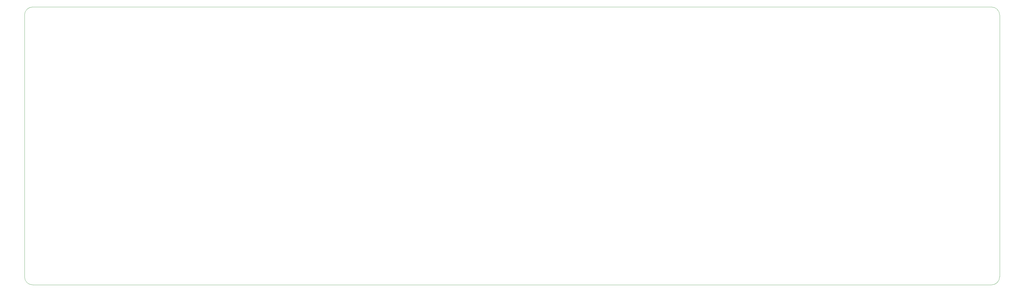
<source format=gm1>
%TF.GenerationSoftware,KiCad,Pcbnew,(6.0.0)*%
%TF.CreationDate,2022-08-07T21:57:51-07:00*%
%TF.ProjectId,IEE,4945452e-6b69-4636-9164-5f7063625858,rev?*%
%TF.SameCoordinates,Original*%
%TF.FileFunction,Profile,NP*%
%FSLAX46Y46*%
G04 Gerber Fmt 4.6, Leading zero omitted, Abs format (unit mm)*
G04 Created by KiCad (PCBNEW (6.0.0)) date 2022-08-07 21:57:51*
%MOMM*%
%LPD*%
G01*
G04 APERTURE LIST*
%TA.AperFunction,Profile*%
%ADD10C,0.100000*%
%TD*%
G04 APERTURE END LIST*
D10*
X321071875Y-85725000D02*
X-6746875Y-85725000D01*
X-9525000Y-82946875D02*
G75*
G03*
X-6746875Y-85725000I2778125J0D01*
G01*
X-6746875Y9525000D02*
G75*
G03*
X-9525000Y6746875I0J-2778125D01*
G01*
X321071875Y-85725000D02*
G75*
G03*
X323850000Y-82946875I0J2778125D01*
G01*
X323850000Y6746875D02*
G75*
G03*
X321071875Y9525000I-2778125J0D01*
G01*
X323850000Y6746875D02*
X323850000Y-82946875D01*
X-6746875Y9525000D02*
X321071875Y9525000D01*
X-9525000Y-82946875D02*
X-9525000Y6746875D01*
M02*

</source>
